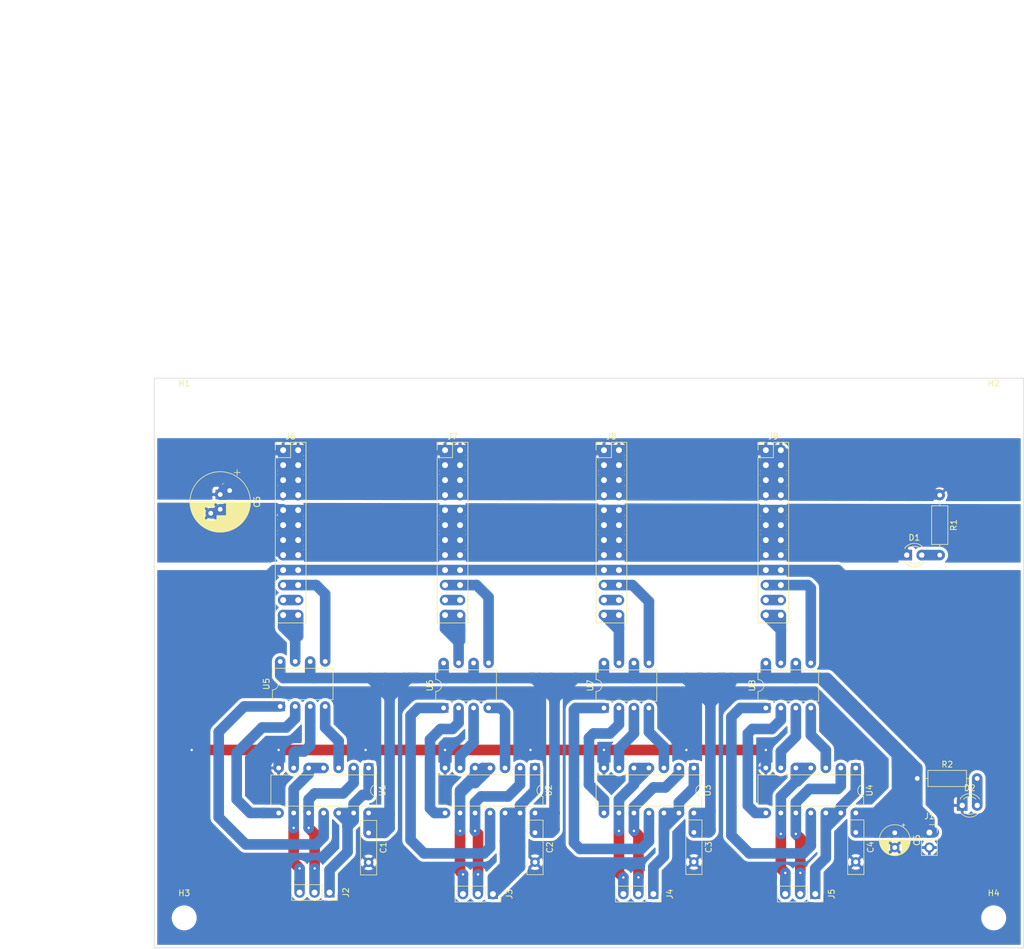
<source format=kicad_pcb>
(kicad_pcb (version 20211014) (generator pcbnew)
  (layers (0 "F.Cu" signal) (31 "B.Cu" signal) (34 "B.Paste" user) (35 "F.Paste" user) (36 "B.SilkS" user "B.Silkscreen") (37 "F.SilkS" user "F.Silkscreen") (38 "B.Mask" user) (39 "F.Mask" user) (44 "Edge.Cuts" user))
  (net 0 "")
  (net 1 "+5V")
  (net 2 "GND")
  (net 3 "+24V")
  (net 4 "GND1")
  (net 5 "Net-(R1-Pad2)")
  (net 6 "Net-(R2-Pad2)")
  (net 7 "A1")
  (net 8 "PWM1")
  (net 9 "B1")
  (net 10 "A2")
  (net 11 "PWM2")
  (net 12 "B2")
  (net 13 "A3")
  (net 14 "PWM3")
  (net 15 "B3")
  (net 16 "A4")
  (net 17 "PWM4")
  (net 18 "B4")
  (net 19 "1B")
  (net 20 "Net-(J6-Pad21)")
  (net 21 "1A")
  (net 22 "2B")
  (net 23 "Net-(J7-Pad21)")
  (net 24 "2A")
  (net 25 "3B")
  (net 26 "Net-(J8-Pad21)")
  (net 27 "3A")
  (net 28 "4B")
  (net 29 "Net-(J9-Pad21)")
  (net 30 "4A")
  (net 31 "Net-(U5-Pad3)")
  (net 32 "Net-(U7-Pad1)")
  (net 33 "Net-(U7-Pad2)")
  (net 34 "Net-(U7-Pad4)")
  (net 35 "Net-(U4-Pad8)")
  (net 36 "Net-(U8-Pad4)")
  (net 37 "Net-(U5-Pad1)")
  (net 38 "Net-(U5-Pad2)")
  (net 39 "Net-(U5-Pad4)")
  (net 40 "Net-(U6-Pad4)")
  (net 41 "Net-(U6-Pad3)")
  (net 42 "Net-(U6-Pad2)")
  (net 43 "Net-(U6-Pad1)")
  (net 44 "Net-(U7-Pad3)")
  (net 45 "Net-(U4-Pad11)")
  (net 46 "Net-(U4-Pad6)")
  (footprint "Package_DIP:DIP-8_W7.62mm" (layer "F.Cu") (at 99.832 111.75 90)
    (fp_text reference "U6")
    (fp_text value "TLP627-2")
  )
  (footprint "Connector_PinSocket_2.54mm:PinSocket_1x03_P2.54mm_Vertical" (layer "F.Cu") (at 162.799 143.281 -90)
    (fp_text reference "J5")
    (fp_text value "Conn_01x03")
  )
  (footprint "MountingHole:MountingHole_3.2mm_M3" (layer "F.Cu") (at 193.04 60.96)
    (fp_text reference "H2")
    (fp_text value "MountingHole")
  )
  (footprint "Package_DIP:DIP-14_W7.62mm" (layer "F.Cu") (at 169.672 121.92 -90)
    (fp_text reference "U4")
    (fp_text value "74HC00")
  )
  (footprint "Connector_PinSocket_2.54mm:PinSocket_1x03_P2.54mm_Vertical" (layer "F.Cu") (at 135.367 143.281 -90)
    (fp_text reference "J4")
    (fp_text value "Conn_01x03")
  )
  (footprint "Resistor_THT:R_Axial_DIN0207_L6.3mm_D2.5mm_P10.16mm_Horizontal" (layer "F.Cu") (at 183.896 75.692 -90)
    (fp_text reference "R1")
    (fp_text value "2.2k")
  )
  (footprint "Connector_PinHeader_2.54mm:PinHeader_2x12_P2.54mm_Vertical" (layer "F.Cu") (at 154.432 68.072)
    (fp_text reference "J9")
    (fp_text value "Conn_02x12_Odd_Even")
  )
  (footprint "LED_THT:LED_D3.0mm" (layer "F.Cu") (at 187.706 128.27)
    (fp_text reference "D2")
    (fp_text value "LED")
  )
  (footprint "Package_DIP:DIP-8_W7.62mm" (layer "F.Cu") (at 127 111.76 90)
    (fp_text reference "U7")
    (fp_text value "TLP627-2")
  )
  (footprint "Package_DIP:DIP-14_W7.62mm" (layer "F.Cu") (at 142.24 121.93 -90)
    (fp_text reference "U3")
    (fp_text value "74HC00")
  )
  (footprint "Capacitor_THT:C_Disc_D9.0mm_W2.5mm_P5.00mm" (layer "F.Cu") (at 115.316 132.882 -90)
    (fp_text reference "C2")
    (fp_text value "C")
  )
  (footprint "Connector_PinSocket_2.54mm:PinSocket_1x02_P2.54mm_Vertical" (layer "F.Cu") (at 182.143 132.862)
    (fp_text reference "J1")
    (fp_text value "Screw_Terminal_01x02")
  )
  (footprint "Connector_PinHeader_2.54mm:PinHeader_2x12_P2.54mm_Vertical" (layer "F.Cu") (at 127 68.072)
    (fp_text reference "J8")
    (fp_text value "Conn_02x12_Odd_Even")
  )
  (footprint "Resistor_THT:R_Axial_DIN0207_L6.3mm_D2.5mm_P10.16mm_Horizontal" (layer "F.Cu") (at 180.086 123.698)
    (fp_text reference "R2")
    (fp_text value "550")
  )
  (footprint "Capacitor_THT:C_Disc_D9.0mm_W2.5mm_P5.00mm" (layer "F.Cu") (at 169.672 132.842 -90)
    (fp_text reference "C4")
    (fp_text value "C")
  )
  (footprint "MountingHole:MountingHole_3.2mm_M3" (layer "F.Cu") (at 193.04 147.32)
    (fp_text reference "H4")
    (fp_text value "MountingHole")
  )
  (footprint "MountingHole:MountingHole_3.2mm_M3" (layer "F.Cu") (at 55.88 60.96)
    (fp_text reference "H1")
    (fp_text value "MountingHole")
  )
  (footprint "Connector_PinSocket_2.54mm:PinSocket_1x03_P2.54mm_Vertical" (layer "F.Cu") (at 108.189 143.281 -90)
    (fp_text reference "J3")
    (fp_text value "Conn_01x03")
  )
  (footprint "Capacitor_THT:CP_Radial_D5.0mm_P2.50mm" (layer "F.Cu") (at 176.276 132.906887 -90)
    (fp_text reference "C6")
    (fp_text value "330")
  )
  (footprint "Capacitor_THT:C_Disc_D9.0mm_W2.5mm_P5.00mm" (layer "F.Cu") (at 87.122 132.922 -90)
    (fp_text reference "C1")
    (fp_text value "C")
  )
  (footprint "Connector_PinHeader_2.54mm:PinHeader_2x12_P2.54mm_Vertical" (layer "F.Cu") (at 100.076 68.072)
    (fp_text reference "J7")
    (fp_text value "Conn_02x12_Odd_Even")
  )
  (footprint "LED_THT:LED_D3.0mm" (layer "F.Cu") (at 178.308 85.852)
    (fp_text reference "D1")
    (fp_text value "LED")
  )
  (footprint "Package_DIP:DIP-14_W7.62mm" (layer "F.Cu") (at 115.321 121.93 -90)
    (fp_text reference "U2")
    (fp_text value "74HC00")
  )
  (footprint "Capacitor_THT:C_Disc_D9.0mm_W2.5mm_P5.00mm" (layer "F.Cu") (at 142.24 132.842 -90)
    (fp_text reference "C3")
    (fp_text value "C")
  )
  (footprint "Package_DIP:DIP-8_W7.62mm" (layer "F.Cu") (at 154.432 111.76 90)
    (fp_text reference "U8")
    (fp_text value "TLP627-2")
  )
  (footprint "Package_DIP:DIP-8_W7.62mm" (layer "F.Cu") (at 72.146 111.496 90)
    (fp_text reference "U5")
    (fp_text value "TLP627-2")
  )
  (footprint "Capacitor_THT:CP_Radial_D10.0mm_P2.50mm_P5.00mm" (layer "F.Cu") (at 61.976 75.590323 -90)
    (fp_text reference "C5")
    (fp_text value "2200")
  )
  (footprint "Connector_PinSocket_2.54mm:PinSocket_1x03_P2.54mm_Vertical" (layer "F.Cu") (at 80.503 143.027 -90)
    (fp_text reference "J2")
    (fp_text value "Conn_01x03")
  )
  (footprint "MountingHole:MountingHole_3.2mm_M3" (layer "F.Cu") (at 55.88 147.32)
    (fp_text reference "H3")
    (fp_text value "MountingHole")
  )
  (footprint "Connector_PinHeader_2.54mm:PinHeader_2x12_P2.54mm_Vertical" (layer "F.Cu") (at 72.644 68.072)
    (fp_text reference "J6")
    (fp_text value "Conn_02x12_Odd_Even")
  )
  (footprint "Package_DIP:DIP-14_W7.62mm" (layer "F.Cu") (at 87.127 121.93 -90)
    (fp_text reference "U1")
    (fp_text value "74HC00")
  )
  (gr_rect (start 50.8 55.88) (end 198.12 152.4) (layer "Edge.Cuts") (width 0.1) (fill none))
  (segment (start 174.244 132.842) (end 174.752 132.842) (width 1.8) (layer "B.Cu") (net 1))
  (segment (start 178.308 120.142) (end 180.086 121.92) (width 1.8) (layer "B.Cu") (net 1))
  (segment (start 143.51 106.68) (end 143.51 107.696) (width 1.8) (layer "B.Cu") (net 1))
  (segment (start 175.768 126.746) (end 175.895 126.619) (width 1.8) (layer "B.Cu") (net 1))
  (segment (start 145.034 110.998) (end 143.51 109.474) (width 1.8) (layer "B.Cu") (net 1))
  (segment (start 104.912 106.416) (end 104.648 106.68) (width 1.8) (layer "B.Cu") (net 1))
  (segment (start 118.608 129.59) (end 118.608 129.55) (width 1.8) (layer "B.Cu") (net 1))
  (segment (start 143.256 109.22) (end 143.51 109.474) (width 1.8) (layer "B.Cu") (net 1))
  (segment (start 144.78 132.842) (end 145.034 132.588) (width 1.8) (layer "B.Cu") (net 1))
  (segment (start 118.618 110.744) (end 118.618 110.236) (width 1.8) (layer "B.Cu") (net 1))
  (segment (start 169.672 129.54) (end 171.323 131.191) (width 1.8) (layer "B.Cu") (net 1))
  (segment (start 116.078 106.68) (end 118.11 106.68) (width 1.8) (layer "B.Cu") (net 1))
  (segment (start 87.122 132.922) (end 87.122 129.555) (width 1.8) (layer "B.Cu") (net 1))
  (segment (start 173.863 128.651) (end 172.72 129.794) (width 1.8) (layer "B.Cu") (net 1))
  (segment (start 174.244 131.318) (end 174.244 132.842) (width 1.8) (layer "B.Cu") (net 1))
  (segment (start 177.673 122.555) (end 178.816 123.698) (width 1.8) (layer "B.Cu") (net 1))
  (segment (start 119.38 109.474) (end 121.666 107.188) (width 1.8) (layer "B.Cu") (net 1))
  (segment (start 180.086 121.92) (end 180.086 123.952) (width 1.8) (layer "B.Cu") (net 1))
  (segment (start 93.98 106.68) (end 95.25 106.68) (width 1.8) (layer "B.Cu") (net 1))
  (segment (start 132.08 104.14) (end 132.08 106.426) (width 1.8) (layer "B.Cu") (net 1))
  (segment (start 176.657 125.857) (end 176.657 120.015) (width 1.8) (layer "B.Cu") (net 1))
  (segment (start 169.672 129.54) (end 172.466 129.54) (width 1.8) (layer "B.Cu") (net 1))
  (segment (start 87.376 106.68) (end 90.678 109.982) (width 1.8) (layer "B.Cu") (net 1))
  (segment (start 104.912 104.13) (end 104.912 106.416) (width 1.8) (layer "B.Cu") (net 1))
  (segment (start 178.308 132.842) (end 178.308 127.508) (width 1.8) (layer "B.Cu") (net 1))
  (segment (start 127 106.68) (end 131.826 106.68) (width 1.8) (layer "B.Cu") (net 1))
  (segment (start 175.895 126.619) (end 173.863 128.651) (width 1.8) (layer "B.Cu") (net 1))
  (segment (start 176.657 121.539) (end 177.673 122.555) (width 1.8) (layer "B.Cu") (net 1))
  (segment (start 177.292 132.842) (end 178.308 132.842) (width 1.8) (layer "B.Cu") (net 1))
  (segment (start 142.24 129.55) (end 144.77 129.55) (width 1.8) (layer "B.Cu") (net 1))
  (segment (start 145.034 132.588) (end 145.034 129.286) (width 1.8) (layer "B.Cu") (net 1))
  (segment (start 140.97 106.934) (end 140.97 106.68) (width 1.8) (layer "B.Cu") (net 1))
  (segment (start 176.657 120.015) (end 176.657 121.539) (width 1.8) (layer "B.Cu") (net 1))
  (segment (start 163.576 106.68) (end 176.657 119.761) (width 1.8) (layer "B.Cu") (net 1))
  (segment (start 131.826 106.68) (end 140.97 106.68) (width 1.8) (layer "B.Cu") (net 1))
  (segment (start 145.034 110.998) (end 148.59 107.442) (width 1.8) (layer "B.Cu") (net 1))
  (segment (start 176.657 120.015) (end 176.657 118.491) (width 1.8) (layer "B.Cu") (net 1))
  (segment (start 171.323 131.191) (end 172.974 132.842) (width 1.8) (layer "B.Cu") (net 1))
  (segment (start 180.086 123.952) (end 178.308 125.73) (width 1.8) (layer "B.Cu") (net 1))
  (segment (start 144.78 106.68) (end 147.32 106.68) (width 1.8) (layer "B.Cu") (net 1))
  (segment (start 87.127 129.55) (end 89.657 132.08) (width 1.8) (layer "B.Cu") (net 1))
  (segment (start 116.078 106.68) (end 116.078 106.934) (width 1.8) (layer "B.Cu") (net 1))
  (segment (start 145.034 110.998) (end 145.034 108.204) (width 1.8) (layer "B.Cu") (net 1))
  (segment (start 180.086 128.778) (end 180.086 127.254) (width 1.8) (layer "B.Cu") (net 1))
  (segment (start 175.768 132.842) (end 177.292 132.842) (width 1.8) (layer "B.Cu") (net 1))
  (segment (start 178.308 132.842) (end 180.086 132.842) (width 1.8) (layer "B.Cu") (net 1))
  (segment (start 175.895 126.619) (end 176.657 125.857) (width 1.8) (layer "B.Cu") (net 1))
  (segment (start 177.673 121.285) (end 177.673 122.555) (width 1.8) (layer "B.Cu") (net 1))
  (segment (start 159.512 106.68) (end 159.512 104.14) (width 1.8) (layer "B.Cu") (net 1))
  (segment (start 132.08 106.426) (end 131.826 106.68) (width 1.8) (layer "B.Cu") (net 1))
  (segment (start 154.432 104.14) (end 154.432 106.426) (width 1.8) (layer "B.Cu") (net 1))
  (segment (start 145.034 110.998) (end 145.034 108.966) (width 1.8) (layer "B.Cu") (net 1))
  (segment (start 90.678 109.982) (end 93.98 106.68) (width 1.8) (layer "B.Cu") (net 1))
  (segment (start 145.034 106.934) (end 144.78 106.68) (width 1.8) (layer "B.Cu") (net 1))
  (segment (start 145.034 108.204) (end 143.51 106.68) (width 1.8) (layer "B.Cu") (net 1))
  (segment (start 169.672 132.842) (end 174.752 132.842) (width 1.8) (layer "B.Cu") (net 1))
  (segment (start 90.678 107.442) (end 89.916 106.68) (width 1.8) (layer "B.Cu") (net 1))
  (segment (start 172.72 129.794) (end 171.323 131.191) (width 1.8) (layer "B.Cu") (net 1))
  (segment (start 140.97 106.68) (end 143.002 106.68) (width 1.8) (layer "B.Cu") (net 1))
  (segment (start 174.752 132.842) (end 175.768 132.842) (width 1.8) (layer "B.Cu") (net 1))
  (segment (start 182.143 132.862) (end 182.143 130.835) (width 1.8) (layer "B.Cu") (net 1))
  (segment (start 178.308 125.73) (end 178.308 127.508) (width 1.8) (layer "B.Cu") (net 1))
  (segment (start 90.678 109.22) (end 93.218 106.68) (width 1.8) (layer "B.Cu") (net 1))
  (segment (start 118.618 129.54) (end 118.618 110.744) (width 1.8) (layer "B.Cu") (net 1))
  (segment (start 143.256 107.95) (end 143.256 109.22) (width 1.8) (layer "B.Cu") (net 1))
  (segment (start 118.618 110.744) (end 118.618 109.474) (width 1.8) (layer "B.Cu") (net 1))
  (segment (start 172.974 130.048) (end 172.72 129.794) (width 1.8) (layer "B.Cu") (net 1))
  (segment (start 148.59 106.68) (end 154.686 106.68) (width 1.8) (layer "B.Cu") (net 1))
  (segment (start 115.062 106.68) (end 114.554 106.68) (width 1.8) (layer "B.Cu") (net 1))
  (segment (start 143.51 109.474) (end 140.97 106.934) (width 1.8) (layer "B.Cu") (net 1))
  (segment (start 90.678 132.08) (end 90.678 129.794) (width 1.8) (layer "B.Cu") (net 1))
  (segment (start 142.24 129.55) (end 142.24 132.842) (width 1.8) (layer "B.Cu") (net 1))
  (segment (start 143.002 106.68) (end 143.51 106.68) (width 1.8) (layer "B.Cu") (net 1))
  (segment (start 178.816 120.65) (end 178.308 120.142) (width 1.8) (layer "B.Cu") (net 1))
  (segment (start 72.644 106.68) (end 72.146 106.182) (width 1.8) (layer "B.Cu") (net 1))
  (segment (start 180.086 122.428) (end 178.816 123.698) (width 1.8) (layer "B.Cu") (net 1))
  (segment (start 72.146 106.182) (end 72.146 103.876) (width 1.8) (layer "B.Cu") (net 1))
  (segment (start 180.086 131.064) (end 180.086 132.842) (width 1.8) (layer "B.Cu") (net 1))
  (segment (start 176.657 125.857) (end 176.657 132.207) (width 1.8) (layer "B.Cu") (net 1))
  (segment (start 176.657 119.761) (end 176.657 121.539) (width 1.8) (layer "B.Cu") (net 1))
  (segment (start 178.816 123.698) (end 177.8 124.714) (width 1.8) (layer "B.Cu") (net 1))
  (segment (start 118.618 109.474) (end 119.38 109.474) (width 1.8) (layer "B.Cu") (net 1))
  (segment (start 164.846 106.68) (end 176.657 118.491) (width 1.8) (layer "B.Cu") (net 1))
  (segment (start 172.974 132.842) (end 172.974 130.048) (width 1.8) (layer "B.Cu") (net 1))
  (segment (start 154.686 106.68) (end 159.512 106.68) (width 1.8) (layer "B.Cu") (net 1))
  (segment (start 177.8 124.714) (end 175.895 126.619) (width 1.8) (layer "B.Cu") (net 1))
  (segment (start 145.034 108.204) (end 146.558 106.68) (width 1.8) (layer "B.Cu") (net 1))
  (segment (start 99.832 104.13) (end 99.832 106.182) (width 1.8) (layer "B.Cu") (net 1))
  (segment (start 178.308 125.222) (end 177.8 124.714) (width 1.8) (layer "B.Cu") (net 1))
  (segment (start 118.618 110.236) (end 122.174 106.68) (width 1.8) (layer "B.Cu") (net 1))
  (segment (start 180.086 121.92) (end 180.086 122.428) (width 1.8) (layer "B.Cu") (net 1))
  (segment (start 90.678 109.982) (end 90.678 110.236) (width 1.8) (layer "B.Cu") (net 1))
  (segment (start 122.174 106.68) (end 121.666 107.188) (width 1.8) (layer "B.Cu") (net 1))
  (segment (start 115.321 129.55) (end 118.608 129.55) (width 1.8) (layer "B.Cu") (net 1))
  (segment (start 178.308 120.65) (end 177.673 121.285) (width 1.8) (layer "B.Cu") (net 1))
  (segment (start 115.316 132.882) (end 118.07 132.882) (width 1.8) (layer "B.Cu") (net 1))
  (segment (start 77.226 106.182) (end 77.724 106.68) (width 1.8) (layer "B.Cu") (net 1))
  (segment (start 87.127 129.55) (end 90.434 129.55) (width 1.8) (layer "B.Cu") (net 1))
  (segment (start 145.034 129.286) (end 145.034 110.998) (width 1.8) (layer "B.Cu") (net 1))
  (segment (start 159.512 106.68) (end 163.576 106.68) (width 1.8) (layer "B.Cu") (net 1))
  (segment (start 182.143 132.862) (end 181.884 132.862) (width 1.8) (layer "B.Cu") (net 1))
  (segment (start 145.034 132.344) (end 145.034 132.588) (width 1.8) (layer "B.Cu") (net 1))
  (segment (start 147.32 106.68) (end 148.59 106.68) (width 1.8) (layer "B.Cu") (net 1))
  (segment (start 154.432 106.426) (end 154.686 106.68) (width 1.8) (layer "B.Cu") (net 1))
  (segment (start 180.086 132.842) (end 182.88 132.842) (width 1.8) (layer "B.Cu") (net 1))
  (segment (start 173.863 128.651) (end 175.768 130.556) (width 1.8) (layer "B.Cu") (net 1))
  (segment (start 178.816 123.698) (end 178.816 120.65) (width 1.8) (layer "B.Cu") (net 1))
  (segment (start 118.105 132.334) (end 118.618 132.334) (width 1.8) (layer "B.Cu") (net 1))
  (segment (start 142.24 129.55) (end 145.034 132.344) (width 1.8) (layer "B.Cu") (net 1))
  (segment (start 145.034 108.204) (end 145.034 106.934) (width 1.8) (layer "B.Cu") (net 1))
  (segment (start 176.657 118.491) (end 178.308 120.142) (width 1.8) (layer "B.Cu") (net 1))
  (segment (start 163.576 106.68) (end 164.846 106.68) (width 1.8) (layer "B.Cu") (net 1))
  (segment (start 144.77 129.55) (end 145.034 129.286) (width 1.8) (layer "B.Cu") (net 1))
  (segment (start 174.752 131.826) (end 172.72 129.794) (width 1.8) (layer "B.Cu") (net 1))
  (segment (start 87.122 132.922) (end 90.25 129.794) (width 1.8) (layer "B.Cu") (net 1))
  (segment (start 174.752 132.842) (end 174.752 131.826) (width 1.8) (layer "B.Cu") (net 1))
  (segment (start 115.316 132.882) (end 118.608 129.59) (width 1.8) (layer "B.Cu") (net 1))
  (segment (start 181.884 132.862) (end 180.086 131.064) (width 1.8) (layer "B.Cu") (net 1))
  (segment (start 172.72 129.794) (end 174.244 131.318) (width 1.8) (layer "B.Cu") (net 1))
  (segment (start 178.308 120.142) (end 178.308 120.65) (width 1.8) (layer "B.Cu") (net 1))
  (segment (start 118.618 109.474) (end 118.618 107.188) (width 1.8) (layer "B.Cu") (net 1))
  (segment (start 176.657 132.207) (end 177.292 132.842) (width 1.8) (layer "B.Cu") (net 1))
  (segment (start 87.122 129.555) (end 87.127 129.55) (width 1.8) (layer "B.Cu") (net 1))
  (segment (start 145.034 108.966) (end 147.32 106.68) (width 1.8) (layer "B.Cu") (net 1))
  (segment (start 89.916 106.68) (end 93.218 106.68) (width 1.8) (layer "B.Cu") (net 1))
  (segment (start 175.768 130.556) (end 175.768 132.842) (width 1.8) (layer "B.Cu") (net 1))
  (segment (start 90.678 110.236) (end 90.678 109.22) (width 1.8) (layer "B.Cu") (net 1))
  (segment (start 89.836 132.922) (end 90.678 132.08) (width 1.8) (layer "B.Cu") (net 1))
  (segment (start 142.24 132.842) (end 144.78 132.842) (width 1.8) (layer "B.Cu") (net 1))
  (segment (start 148.59 107.442) (end 148.59 106.68) (width 1.8) (layer "B.Cu") (net 1))
  (segment (start 118.608 129.55) (end 118.618 129.54) (width 1.8) (layer "B.Cu") (net 1))
  (segment (start 119.888 108.966) (end 119.888 108.458) (width 1.8) (layer "B.Cu") (net 1))
  (segment (start 143.002 106.68) (end 144.78 106.68) (width 1.8) (layer "B.Cu") (net 1))
  (segment (start 90.678 129.794) (end 90.678 110.236) (width 1.8) (layer "B.Cu") (net 1))
  (segment (start 115.321 129.55) (end 118.105 132.334) (width 1.8) (layer "B.Cu") (net 1))
  (segment (start 121.666 107.188) (end 119.888 108.966) (width 1.8) (layer "B.Cu") (net 1))
  (segment (start 104.648 106.68) (end 114.554 106.68) (width 1.8) (layer "B.Cu") (net 1))
  (segment (start 118.07 132.882) (end 118.618 132.334) (width 1.8) (layer "B.Cu") (net 1))
  (segment (start 118.618 107.188) (end 118.11 106.68) (width 1.8) (layer "B.Cu") (net 1))
  (segment (start 99.832 106.182) (end 100.33 106.68) (width 1.8) (layer "B.Cu") (net 1))
  (segment (start 180.086 123.952) (end 180.086 127.254) (width 1.8) (layer "B.Cu") (net 1))
  (segment (start 175.768 132.842) (end 175.768 126.746) (width 1.8) (layer "B.Cu") (net 1))
  (segment (start 116.078 106.934) (end 118.618 109.474) (width 1.8) (layer "B.Cu") (net 1))
  (segment (start 118.11 106.68) (end 122.174 106.68) (width 1.8) (layer "B.Cu") (net 1))
  (segment (start 100.33 106.68) (end 104.648 106.68) (width 1.8) (layer "B.Cu") (net 1))
  (segment (start 127 104.14) (end 127 106.68) (width 1.8) (layer "B.Cu") (net 1))
  (segment (start 172.974 132.842) (end 174.244 132.842) (width 1.8) (layer "B.Cu") (net 1))
  (segment (start 87.376 106.68) (end 89.916 106.68) (width 1.8) (layer "B.Cu") (net 1))
  (segment (start 77.226 103.876) (end 77.226 106.182) (width 1.8) (layer "B.Cu") (net 1))
  (segment (start 143.51 107.696) (end 143.256 107.95) (width 1.8) (layer "B.Cu") (net 1))
  (segment (start 114.554 106.68) (end 116.078 106.68) (width 1.8) (layer "B.Cu") (net 1))
  (segment (start 118.618 132.334) (end 118.618 129.54) (width 1.8) (layer "B.Cu") (net 1))
  (segment (start 87.122 132.922) (end 89.836 132.922) (width 1.8) (layer "B.Cu") (net 1))
  (segment (start 172.466 129.54) (end 172.974 130.048) (width 1.8) (layer "B.Cu") (net 1))
  (segment (start 142.24 132.842) (end 144.77 130.312) (width 1.8) (layer "B.Cu") (net 1))
  (segment (start 95.25 106.68) (end 100.33 106.68) (width 1.8) (layer "B.Cu") (net 1))
  (segment (start 115.316 132.882) (end 115.316 129.555) (width 1.8) (layer "B.Cu") (net 1))
  (segment (start 146.558 106.68) (end 147.32 106.68) (width 1.8) (layer "B.Cu") (net 1))
  (segment (start 178.308 127.508) (end 178.308 125.222) (width 1.8) (layer "B.Cu") (net 1))
  (segment (start 89.657 132.08) (end 90.678 132.08) (width 1.8) (layer "B.Cu") (net 1))
  (segment (start 171.323 131.191) (end 169.672 132.842) (width 1.8) (layer "B.Cu") (net 1))
  (segment (start 180.086 127.254) (end 180.086 131.064) (width 1.8) (layer "B.Cu") (net 1))
  (segment (start 90.678 110.236) (end 90.678 107.442) (width 1.8) (layer "B.Cu") (net 1))
  (segment (start 145.034 108.966) (end 145.034 108.204) (width 1.8) (layer "B.Cu") (net 1))
  (segment (start 182.143 130.835) (end 180.086 128.778) (width 1.8) (layer "B.Cu") (net 1))
  (segment (start 90.25 129.794) (end 90.678 129.794) (width 1.8) (layer "B.Cu") (net 1))
  (segment (start 144.77 130.312) (end 144.77 129.55) (width 1.8) (layer "B.Cu") (net 1))
  (segment (start 77.724 106.68) (end 87.376 106.68) (width 1.8) (layer "B.Cu") (net 1))
  (segment (start 119.888 108.458) (end 118.618 107.188) (width 1.8) (layer "B.Cu") (net 1))
  (segment (start 169.672 132.842) (end 169.672 129.54) (width 1.8) (layer "B.Cu") (net 1))
  (segment (start 90.434 129.55) (end 90.678 129.794) (width 1.8) (layer "B.Cu") (net 1))
  (segment (start 115.316 129.555) (end 115.321 129.55) (width 1.8) (layer "B.Cu") (net 1))
  (segment (start 119.888 108.966) (end 119.38 109.474) (width 1.8) (layer "B.Cu") (net 1))
  (segment (start 72.644 106.68) (end 77.724 106.68) (width 1.8) (layer "B.Cu") (net 1))
  (segment (start 93.218 106.68) (end 95.25 106.68) (width 1.8) (layer "B.Cu") (net 1))
  (segment (start 118.618 110.236) (end 115.062 106.68) (width 1.8) (layer "B.Cu") (net 1))
  (segment (start 122.174 106.68) (end 127 106.68) (width 1.8) (layer "B.Cu") (net 1))
  (segment (start 154.432 118.872) (end 140.97 118.872) (width 1.8) (layer "F.Cu") (net 2))
  (segment (start 71.882 118.872) (end 57.15 118.872) (width 1.8) (layer "F.Cu") (net 2))
  (segment (start 114.554 118.872) (end 86.614 118.872) (width 1.8) (layer "F.Cu") (net 2))
  (segment (start 140.97 118.872) (end 114.554 118.872) (width 1.8) (layer "F.Cu") (net 2))
  (segment (start 86.614 118.872) (end 71.882 118.872) (width 1.8) (layer "F.Cu") (net 2))
  (via (at 127 118.867) (size 0.8) (drill 0.4) (layers "F.Cu" "B.Cu") (net 2))
  (via (at 114.554 118.872) (size 0.8) (drill 0.4) (layers "F.Cu" "B.Cu") (net 2))
  (via (at 71.882 118.872) (size 0.8) (drill 0.4) (layers "F.Cu" "B.Cu") (net 2))
  (via (at 100.076 118.872) (size 0.8) (drill 0.4) (layers "F.Cu" "B.Cu") (net 2))
  (via (at 57.15 118.872) (size 0.8) (drill 0.4) (layers "F.Cu" "B.Cu") (net 2))
  (via (at 86.614 118.872) (size 0.8) (drill 0.4) (layers "F.Cu" "B.Cu") (net 2))
  (via (at 140.97 118.872) (size 0.8) (drill 0.4) (layers "F.Cu" "B.Cu") (net 2))
  (via (at 154.432 118.872) (size 0.8) (drill 0.4) (layers "F.Cu" "B.Cu") (net 2))
  (segment (start 156.972 88.392) (end 166.624 88.392) (width 1.8) (layer "B.Cu") (net 2))
  (segment (start 154.432 121.92) (end 154.432 118.872) (width 1.8) (layer "B.Cu") (net 2))
  (segment (start 71.12 88.392) (end 72.644 88.392) (width 1.8) (layer "B.Cu") (net 2))
  (segment (start 72.644 88.392) (end 156.972 88.392) (width 1.8) (layer "B.Cu") (net 2))
  (segment (start 56.896 118.618) (end 56.896 102.616) (width 1.8) (layer "B.Cu") (net 2))
  (segment (start 127 121.92) (end 127 118.867) (width 1.8) (layer "B.Cu") (net 2))
  (segment (start 57.15 118.872) (end 56.896 118.618) (width 1.8) (layer "B.Cu") (net 2))
  (segment (start 100.081 121.93) (end 100.081 118.877) (width 1.8) (layer "B.Cu") (net 2))
  (segment (start 127 118.867) (end 126.995 118.862) (width 1.8) (layer "B.Cu") (net 2))
  (segment (start 187.706 109.474) (end 187.706 128.27) (width 1.8) (layer "B.Cu") (net 2))
  (segment (start 100.081 118.877) (end 100.076 118.872) (width 1.8) (layer "B.Cu") (net 2))
  (segment (start 56.896 102.616) (end 71.12 88.392) (width 1.8) (layer "B.Cu") (net 2))
  (segment (start 154.432 118.872) (end 154.432 118.867) (width 1.8) (layer "B.Cu") (net 2))
  (segment (start 154.432 118.867) (end 154.427 118.862) (width 1.8) (layer "B.Cu") (net 2))
  (segment (start 71.882 121.92) (end 71.882 118.872) (width 1.8) (layer "B.Cu") (net 2))
  (segment (start 71.882 118.867) (end 71.877 118.862) (width 1.8) (layer "B.Cu") (net 2))
  (segment (start 166.624 88.392) (end 187.706 109.474) (width 1.8) (layer "B.Cu") (net 2))
  (segment (start 71.882 118.872) (end 71.882 118.867) (width 1.8) (layer "B.Cu") (net 2))
  (segment (start 66.294 73.152) (end 72.644 73.152) (width 1.8) (layer "B.Cu") (net 3))
  (segment (start 156.972 68.072) (end 72.644 68.072) (width 1.8) (layer "B.Cu") (net 3))
  (segment (start 127 68.072) (end 127 75.692) (width 1.8) (layer "B.Cu") (net 3))
  (segment (start 160.426323 75.590323) (end 183.794323 75.590323) (width 1.8) (layer "B.Cu") (net 3))
  (segment (start 155.448 74.676) (end 155.448 73.152) (width 1.8) (layer "B.Cu") (net 3))
  (segment (start 155.448 73.152) (end 72.644 73.152) (width 1.8) (layer "B.Cu") (net 3))
  (segment (start 75.184 68.072) (end 75.184 75.692) (width 1.8) (layer "B.Cu") (net 3))
  (segment (start 65.532 73.914) (end 66.294 73.152) (width 1.8) (layer "B.Cu") (net 3))
  (segment (start 156.972 68.072) (end 160.426323 71.526323) (width 1.8) (layer "B.Cu") (net 3))
  (segment (start 156.972 70.612) (end 159.308646 70.612) (width 1.8) (layer "B.Cu") (net 3))
  (segment (start 63.652323 73.914) (end 65.532 73.914) (width 1.8) (layer "B.Cu") (net 3))
  (segment (start 72.644 75.692) (end 72.644 68.072) (width 1.8) (layer "B.Cu") (net 3))
  (segment (start 156.972 75.692) (end 156.972 68.072) (width 1.8) (layer "B.Cu") (net 3))
  (segment (start 67.005161 70.561161) (end 61.976 75.590323) (width 1.8) (layer "B.Cu") (net 3))
  (segment (start 100.076 68.072) (end 102.616 70.612) (width 1.8) (layer "B.Cu") (net 3))
  (segment (start 183.794323 75.590323) (end 183.896 75.692) (width 1.8) (layer "B.Cu") (net 3))
  (segment (start 155.702 71.882) (end 155.702 70.612) (width 1.8) (layer "B.Cu") (net 3))
  (segment (start 102.616 68.072) (end 102.616 75.692) (width 1.8) (layer "B.Cu") (net 3))
  (segment (start 72.644 70.612) (end 67.056 70.612) (width 1.8) (layer "B.Cu") (net 3))
  (segment (start 69.494323 68.072) (end 67.005161 70.561161) (width 1.8) (layer "B.Cu") (net 3))
  (segment (start 154.432 70.612) (end 156.972 68.072) (width 1.8) (layer "B.Cu") (net 3))
  (segment (start 156.972 73.152) (end 155.702 71.882) (width 1.8) (layer "B.Cu") (net 3))
  (segment (start 61.976 75.590323) (end 62.905063 75.590323) (width 1.8) (layer "B.Cu") (net 3))
  (segment (start 129.54 75.692) (end 129.54 68.072) (width 1.8) (layer "B.Cu") (net 3))
  (segment (start 72.644 70.612) (end 155.702 70.612) (width 1.8) (layer "B.Cu") (net 3))
  (segment (start 72.644 68.072) (end 69.494323 68.072) (width 1.8) (layer "B.Cu") (net 3))
  (segment (start 100.076 75.692) (end 100.076 68.072) (width 1.8) (layer "B.Cu") (net 3))
  (segment (start 155.702 70.612) (end 156.972 70.612) (width 1.8) (layer "B.Cu") (net 3))
  (segment (start 127 68.072) (end 129.54 70.612) (width 1.8) (layer "B.Cu") (net 3))
  (segment (start 72.644 68.072) (end 75.184 70.612) (width 1.8) (layer "B.Cu") (net 3))
  (segment (start 100.076 73.152) (end 102.616 75.692) (width 1.8) (layer "B.Cu") (net 3))
  (segment (start 62.905063 75.590323) (end 63.576 74.919386) (width 1.8) (layer "B.Cu") (net 3))
  (segment (start 61.976 75.590323) (end 160.426323 75.590323) (width 1.8) (layer "B.Cu") (net 3))
  (segment (start 160.426323 72.491677) (end 160.426323 75.590323) (width 1.8) (layer "B.Cu") (net 3))
  (segment (start 129.54 70.612) (end 127 73.152) (width 1.8) (layer "B.Cu") (net 3))
  (segment (start 127 73.152) (end 129.54 75.692) (width 1.8) (layer "B.Cu") (net 3))
  (segment (start 67.056 70.612) (end 67.005161 70.561161) (width 1.8) (layer "B.Cu") (net 3))
  (segment (start 159.766 73.152) (end 160.426323 72.491677) (width 1.8) (layer "B.Cu") (net 3))
  (segment (start 160.426323 71.729677) (end 160.426323 72.491677) (width 1.8) (layer "B.Cu") (net 3))
  (segment (start 160.426323 71.526323) (end 160.426323 71.729677) (width 1.8) (layer "B.Cu") (net 3))
  (segment (start 72.644 73.152) (end 75.184 75.692) (width 1.8) (layer "B.Cu") (net 3))
  (segment (start 156.972 73.152) (end 155.448 73.152) (width 1.8) (layer "B.Cu") (net 3))
  (segment (start 156.972 73.152) (end 159.766 73.152) (width 1.8) (layer "B.Cu") (net 3))
  (segment (start 75.184 70.612) (end 72.644 73.152) (width 1.8) (layer "B.Cu") (net 3))
  (segment (start 102.616 70.612) (end 100.076 73.152) (width 1.8) (layer "B.Cu") (net 3))
  (segment (start 154.432 75.692) (end 155.448 74.676) (width 1.8) (layer "B.Cu") (net 3))
  (segment (start 159.308646 70.612) (end 160.426323 71.729677) (width 1.8) (layer "B.Cu") (net 3))
  (segment (start 154.432 68.072) (end 154.432 75.692) (width 1.8) (layer "B.Cu") (net 3))
  (segment (start 61.976 75.590323) (end 63.652323 73.914) (width 1.8) (layer "B.Cu") (net 3))
  (segment (start 67.564 80.772) (end 69.723 82.931) (width 1.8) (layer "B.Cu") (net 4))
  (segment (start 102.108 80.772) (end 172.212 80.772) (width 1.8) (layer "B.Cu") (net 4))
  (segment (start 67.564 80.772) (end 173.228 80.772) (width 1.8) (layer "B.Cu") (net 4))
  (segment (start 72.644 80.772) (end 75.184 78.232) (width 1.8) (layer "B.Cu") (net 4))
  (segment (start 60.376 78.76126) (end 65.55326 78.76126) (width 1.8) (layer "B.Cu") (net 4))
  (segment (start 154.432 85.852) (end 154.432 78.232) (width 1.8) (layer "B.Cu") (net 4))
  (segment (start 102.616 80.772) (end 100.076 83.312) (width 1.8) (layer "B.Cu") (net 4))
  (segment (start 61.976 78.090323) (end 72.502323 78.090323) (width 1.8) (layer "B.Cu") (net 4))
  (segment (start 102.108 80.264) (end 102.108 80.772) (width 1.8) (layer "B.Cu") (net 4))
  (segment (start 156.972 78.232) (end 156.972 85.852) (width 1.8) (layer "B.Cu") (net 4))
  (segment (start 72.644 79.502) (end 72.644 85.852) (width 1.8) (layer "B.Cu") (net 4))
  (segment (start 173.228 80.772) (end 173.863 81.407) (width 1.8) (layer "B.Cu") (net 4))
  (segment (start 70.104 83.312) (end 69.723 82.931) (width 1.8) (layer "B.Cu") (net 4))
  (segment (start 72.644 78.232) (end 121.666 78.232) (width 1.8) (layer "B.Cu") (net 4))
  (segment (start 172.72 80.264) (end 173.863 81.407) (width 1.8) (layer "B.Cu") (net 4))
  (segment (start 72.644 85.852) (end 75.184 83.312) (width 1.8) (layer "B.Cu") (net 4))
  (segment (start 100.076 85.852) (end 100.076 78.232) (width 1.8) (layer "B.Cu") (net 4))
  (segment (start 128.27 84.582) (end 129.54 84.582) (width 1.8) (layer "B.Cu") (net 4))
  (segment (start 60.376 78.76126) (end 61.305063 78.76126) (width 1.8) (layer "B.Cu") (net 4))
  (segment (start 156.972 80.772) (end 154.432 78.232) (width 1.8) (layer "B.Cu") (net 4))
  (segment (start 72.502323 78.090323) (end 72.644 78.232) (width 1.8) (layer "B.Cu") (net 4))
  (segment (start 72.644 80.772) (end 72.644 79.502) (width 1.8) (layer "B.Cu") (net 4))
  (segment (start 175.768 83.312) (end 178.308 85.852) (width 1.8) (layer "B.Cu") (net 4))
  (segment (start 127 78.232) (end 127 85.852) (width 1.8) (layer "B.Cu") (net 4))
  (segment (start 75.184 83.312) (end 72.644 80.772) (width 1.8) (layer "B.Cu") (net 4))
  (segment (start 72.644 83.312) (end 75.184 85.852) (width 1.8) (layer "B.Cu") (net 4))
  (segment (start 129.54 84.582) (end 129.54 78.232) (width 1.8) (layer "B.Cu") (net 4))
  (segment (start 61.305063 78.76126) (end 61.976 78.090323) (width 1.8) (layer "B.Cu") (net 4))
  (segment (start 178.308 85.852) (end 72.644 85.852) (width 1.8) (layer "B.Cu") (net 4))
  (segment (start 121.666 78.232) (end 156.972 78.232) (width 1.8) (layer "B.Cu") (net 4))
  (segment (start 65.55326 78.76126) (end 67.564 80.772) (width 1.8) (layer "B.Cu") (net 4))
  (segment (start 154.432 83.312) (end 156.972 80.772) (width 1.8) (layer "B.Cu") (net 4))
  (segment (start 100.076 83.312) (end 102.616 85.852) (width 1.8) (layer "B.Cu") (net 4))
  (segment (start 72.644 78.232) (end 72.644 79.502) (width 1.8) (layer "B.Cu") (net 4))
  (segment (start 156.972 85.852) (end 154.432 83.312) (width 1.8) (layer "B.Cu") (net 4))
  (segment (start 156.972 78.232) (end 170.688 78.232) (width 1.8) (layer "B.Cu") (net 4))
  (segment (start 69.723 82.931) (end 72.644 85.852) (width 1.8) (layer "B.Cu") (net 4))
  (segment (start 129.54 78.232) (end 127 80.772) (width 1.8) (layer "B.Cu") (net 4))
  (segment (start 127 85.852) (end 128.27 84.582) (width 1.8) (layer "B.Cu") (net 4))
  (segment (start 170.688 78.232) (end 172.72 80.264) (width 1.8) (layer "B.Cu") (net 4))
  (segment (start 172.212 80.772) (end 172.72 80.264) (width 1.8) (layer "B.Cu") (net 4))
  (segment (start 175.768 83.312) (end 70.104 83.312) (width 1.8) (layer "B.Cu") (net 4))
  (segment (start 75.184 85.852) (end 75.184 78.232) (width 1.8) (layer "B.Cu") (net 4))
  (segment (start 121.666 78.232) (end 129.54 78.232) (width 1.8) (layer "B.Cu") (net 4))
  (segment (start 72.644 80.772) (end 102.108 80.772) (width 1.8) (layer "B.Cu") (net 4))
  (segment (start 173.863 81.407) (end 175.768 83.312) (width 1.8) (layer "B.Cu") (net 4))
  (segment (start 129.54 83.312) (end 127 80.772) (width 1.8) (layer "B.Cu") (net 4))
  (segment (start 102.616 78.232) (end 102.616 85.852) (width 1.8) (layer "B.Cu") (net 4))
  (segment (start 129.54 85.852) (end 129.54 84.582) (width 1.8) (layer "B.Cu") (net 4))
  (segment (start 100.076 78.232) (end 102.108 80.264) (width 1.8) (layer "B.Cu") (net 4))
  (segment (start 180.848 85.852) (end 183.896 85.852) (width 1.8) (layer "B.Cu") (net 5))
  (segment (start 190.246 123.698) (end 190.246 128.27) (width 1.8) (layer "B.Cu") (net 6))
  (segment (start 84.587 130.805) (end 84.587 129.55) (width 1.8) (layer "B.Cu") (net 7))
  (segment (start 80.503 143.027) (end 80.503 139.207) (width 1.8) (layer "B.Cu") (net 7))
  (segment (start 83.556 131.059) (end 83.556 131.836) (width 1.8) (layer "B.Cu") (net 7))
  (segment (start 84.587 129.55) (end 84.587 128.011) (width 1.8) (layer "B.Cu") (net 7))
  (segment (start 80.503 139.207) (end 83.556 136.154) (width 1.8) (layer "B.Cu") (net 7))
  (segment (start 86.106 126.492) (end 87.122 126.492) (width 1.8) (layer "B.Cu") (net 7))
  (segment (start 83.556 131.836) (end 83.556 129.55) (width 1.8) (layer "B.Cu") (net 7))
  (segment (start 87.127 126.487) (end 87.127 121.93) (width 1.8) (layer "B.Cu") (net 7))
  (segment (start 83.556 136.154) (end 83.556 131.836) (width 1.8) (layer "B.Cu") (net 7))
  (segment (start 84.587 128.011) (end 86.106 126.492) (width 1.8) (layer "B.Cu") (net 7))
  (segment (start 87.122 126.492) (end 87.127 126.487) (width 1.8) (layer "B.Cu") (net 7))
  (segment (start 83.556 129.55) (end 84.587 129.55) (width 1.8) (layer "B.Cu") (net 7))
  (segment (start 82.047 129.55) (end 83.556 129.55) (width 1.8) (layer "B.Cu") (net 7))
  (segment (start 82.047 129.55) (end 83.556 131.059) (width 1.8) (layer "B.Cu") (net 7))
  (segment (start 83.556 131.836) (end 84.587 130.805) (width 1.8) (layer "B.Cu") (net 7))
  (segment (start 77.978 138.938) (end 77.978 133.086) (width 1.8) (layer "F.Cu") (net 8))
  (segment (start 77.978 133.086) (end 76.967 132.075) (width 1.8) (layer "F.Cu") (net 8))
  (via (at 77.978 138.938) (size 0.8) (drill 0.4) (layers "F.Cu" "B.Cu") (net 8))
  (via (at 76.967 132.075) (size 0.8) (drill 0.4) (layers "F.Cu" "B.Cu") (net 8))
  (segment (start 76.967 129.261573) (end 76.962 129.256573) (width 1.8) (layer "B.Cu") (net 8))
  (segment (start 76.967 129.55) (end 76.967 129.261573) (width 1.8) (layer "B.Cu") (net 8))
  (segment (start 77.963 138.953) (end 77.963 143.027) (width 1.8) (layer "B.Cu") (net 8))
  (segment (start 76.962 132.08) (end 76.967 132.075) (width 1.8) (layer "B.Cu") (net 8))
  (segment (start 82.804 126.238) (end 84.587 124.455) (width 1.8) (layer "B.Cu") (net 8))
  (segment (start 77.978 126.238) (end 82.804 126.238) (width 1.8) (layer "B.Cu") (net 8))
  (segment (start 84.587 124.455) (end 84.587 121.93) (width 1.8) (layer "B.Cu") (net 8))
  (segment (start 76.962 127.254) (end 77.978 126.238) (width 1.8) (layer "B.Cu") (net 8))
  (segment (start 77.978 138.938) (end 77.963 138.953) (width 1.8) (layer "B.Cu") (net 8))
  (segment (start 76.962 129.256573) (end 76.962 127.254) (width 1.8) (layer "B.Cu") (net 8))
  (segment (start 76.967 129.55) (end 76.967 132.075) (width 1.8) (layer "B.Cu") (net 8))
  (segment (start 74.427 132.075) (end 74.427 137.927) (width 1.8) (layer "F.Cu") (net 9))
  (segment (start 74.427 137.927) (end 75.438 138.938) (width 1.8) (layer "F.Cu") (net 9))
  (via (at 74.427 132.075) (size 0.8) (drill 0.4) (layers "F.Cu" "B.Cu") (net 9))
  (via (at 75.438 138.938) (size 0.8) (drill 0.4) (layers "F.Cu" "B.Cu") (net 9))
  (segment (start 75.438 138.938) (end 75.438 141.194) (width 1.8) (layer "B.Cu") (net 9))
  (segment (start 79.507 121.93) (end 76.967 121.93) (width 1.8) (layer "B.Cu") (net 9))
  (segment (start 74.427 129.55) (end 74.427 132.075) (width 1.8) (layer "B.Cu") (net 9))
  (segment (start 75.438 141.194) (end 75.423 141.209) (width 1.8) (layer "B.Cu") (net 9))
  (segment (start 76.967 121.93) (end 76.967 122.931) (width 1.8) (layer "B.Cu") (net 9))
  (segment (start 76.967 122.931) (end 74.427 125.471) (width 1.8) (layer "B.Cu") (net 9))
  (segment (start 74.427 125.471) (end 74.427 129.55) (width 1.8) (layer "B.Cu") (net 9))
  (segment (start 75.423 143.027) (end 75.423 141.209) (width 1.8) (layer "B.Cu") (net 9))
  (segment (start 74.422 132.08) (end 74.427 132.075) (width 1.8) (layer "B.Cu") (net 9))
  (segment (start 110.241 136.393) (end 110.241 137.927) (width 1.8) (layer "B.Cu") (net 10))
  (segment (start 110.49 138.176) (end 112.268 138.176) (width 1.8) (layer "B.Cu") (net 10))
  (segment (start 111.003 134.361) (end 110.241 134.361) (width 1.8) (layer "B.Cu") (net 10))
  (segment (start 110.241 136.393) (end 111.511 136.393) (width 1.8) (layer "B.Cu") (net 10))
  (segment (start 112.781 135.123) (end 111.003 135.123) (width 1.8) (layer "B.Cu") (net 10))
  (segment (start 112.781 132.583) (end 112.781 129.55) (width 1.8) (layer "B.Cu") (net 10))
  (segment (start 112.781 138.689) (end 112.781 135.123) (width 1.8) (layer "B.Cu") (net 10))
  (segment (start 112.781 129.55) (end 111.262 129.55) (width 1.8) (layer "B.Cu") (net 10))
  (segment (start 111.511 136.393) (end 112.781 135.123) (width 1.8) (layer "B.Cu") (net 10))
  (segment (start 110.49 138.176) (end 108.839 139.827) (width 1.8) (layer "B.Cu") (net 10))
  (segment (start 111.892 139.578) (end 112.781 138.689) (width 1.8) (layer "B.Cu") (net 10))
  (segment (start 110.241 137.927) (end 110.49 138.176) (width 1.8) (layer "B.Cu") (net 10))
  (segment (start 108.839 139.827) (end 109.088 139.578) (width 1.8) (layer "B.Cu") (net 10))
  (segment (start 112.781 128.265) (end 115.321 125.725) (width 1.8) (layer "B.Cu") (net 10))
  (segment (start 110.241 141.229) (end 111.892 139.578) (width 1.8) (layer "B.Cu") (net 10))
  (segment (start 115.321 125.725) (end 115.321 121.93) (width 1.8) (layer "B.Cu") (net 10))
  (segment (start 112.781 132.583) (end 111.003 134.361) (width 1.8) (layer "B.Cu") (net 10))
  (segment (start 112.268 138.176) (end 112.781 138.689) (width 1.8) (layer "B.Cu") (net 10))
  (segment (start 111.262 129.55) (end 110.241 129.55) (width 1.8) (layer "B.Cu") (net 10))
  (segment (start 110.241 134.361) (end 110.241 136.393) (width 1.8) (layer "B.Cu") (net 10))
  (segment (start 108.189 140.477) (end 108.189 143.281) (width 1.8) (layer "B.Cu") (net 10))
  (segment (start 108.189 143.281) (end 110.241 141.229) (width 1.8) (layer "B.Cu") (net 10))
  (segment (start 110.241 141.229) (end 108.839 139.827) (width 1.8) (layer "B.Cu") (net 10))
  (segment (start 112.268 138.176) (end 110.485 136.393) (width 1.8) (layer "B.Cu") (net 10))
  (segment (start 111.003 134.361) (end 111.262 134.102) (width 1.8) (layer "B.Cu") (net 10))
  (segment (start 109.088 139.578) (end 111.892 139.578) (width 1.8) (layer "B.Cu") (net 10))
  (segment (start 110.241 129.55) (end 110.241 134.361) (width 1.8) (layer "B.Cu") (net 10))
  (segment (start 112.781 129.55) (end 112.781 128.265) (width 1.8) (layer "B.Cu") (net 10))
  (segment (start 111.003 135.123) (end 110.241 134.361) (width 1.8) (layer "B.Cu") (net 10))
  (segment (start 108.839 139.827) (end 108.189 140.477) (width 1.8) (layer "B.Cu") (net 10))
  (segment (start 110.485 136.393) (end 110.241 136.393) (width 1.8) (layer "B.Cu") (net 10))
  (segment (start 112.781 135.123) (end 112.781 132.583) (width 1.8) (layer "B.Cu") (net 10))
  (segment (start 111.262 134.102) (end 111.262 129.55) (width 1.8) (layer "B.Cu") (net 10))
  (segment (start 105.664 133.096) (end 105.156 132.588) (width 1.8) (layer "F.Cu") (net 11))
  (segment (start 105.664 139.954) (end 105.664 133.096) (width 1.8) (layer "F.Cu") (net 11))
  (via (at 105.156 132.588) (size 0.8) (drill 0.4) (layers "F.Cu" "B.Cu") (net 11))
  (via (at 105.664 139.954) (size 0.8) (drill 0.4) (layers "F.Cu" "B.Cu") (net 11))
  (segment (start 105.156 132.588) (end 105.161 132.583) (width 1.8) (layer "B.Cu") (net 11))
  (segment (start 106.172 126.746) (end 110.744 126.746) (width 1.8) (layer "B.Cu") (net 11))
  (segment (start 105.161 129.55) (end 105.161 132.583) (width 1.8) (layer "B.Cu") (net 11))
  (segment (start 105.161 127.757) (end 106.172 126.746) (width 1.8) (layer "B.Cu") (net 11))
  (segment (start 112.781 124.709) (end 112.781 121.93) (width 1.8) (layer "B.Cu") (net 11))
  (segment (start 105.649 143.281) (end 105.649 139.969) (width 1.8) (layer "B.Cu") (net 11))
  (segment (start 105.161 129.55) (end 105.161 127.757) (width 1.8) (layer "B.Cu") (net 11))
  (segment (start 105.664 139.954) (end 105.649 139.969) (width 1.8) (layer "B.Cu") (net 11))
  (segment (start 110.744 126.746) (end 112.781 124.709) (width 1.8) (layer "B.Cu") (net 11))
  (segment (start 102.616 139.446) (end 103.124 139.954) (width 1.8) (layer "F.Cu") (net 12))
  (segment (start 102.616 132.588) (end 102.616 139.446) (width 1.8) (layer "F.Cu") (net 12))
  (via (at 103.124 139.954) (size 0.8) (drill 0.4) (layers "F.Cu" "B.Cu") (net 12))
  (via (at 102.616 132.588) (size 0.8) (drill 0.4) (layers "F.Cu" "B.Cu") (net 12))
  (segment (start 105.918 122.936) (end 102.621 126.233) (width 1.8) (layer "B.Cu") (net 12))
  (segment (start 106.695 122.936) (end 105.918 122.936) (width 1.8) (layer "B.Cu") (net 12))
  (segment (start 105.166 124.465) (end 107.701 121.93) (width 1.8) (layer "B.Cu") (net 12))
  (segment (start 102.621 126.233) (end 102.621 129.55) (width 1.8) (layer "B.Cu") (net 12))
  (segment (start 103.109 139.969) (end 103.124 139.954) (width 1.8) (layer "B.Cu") (net 12))
  (segment (start 105.166 124.465) (end 104.389 124.465) (width 1.8) (layer "B.Cu") (net 12))
  (segment (start 105.161 121.93) (end 105.161 124.465) (width 1.8) (layer "B.Cu") (net 12))
  (segment (start 107.701 121.93) (end 106.695 122.936) (width 1.8) (layer "B.Cu") (net 12))
  (segment (start 106.416 121.93) (end 107.701 121.93) (width 1.8) (layer "B.Cu") (net 12))
  (segment (start 105.161 124.465) (end 105.166 124.465) (width 1.8) (layer "B.Cu") (net 12))
  (segment (start 102.621 129.55) (end 102.621 132.583) (width 1.8) (layer "B.Cu") (net 12))
  (segment (start 104.389 124.465) (end 102.621 126.233) (width 1.8) (layer "B.Cu") (net 12))
  (segment (start 102.621 132.583) (end 102.616 132.588) (width 1.8) (layer "B.Cu") (net 12))
  (segment (start 102.616 125.73) (end 106.416 121.93) (width 1.8) (layer "B.Cu") (net 12))
  (segment (start 103.109 143.281) (end 103.109 139.969) (width 1.8) (layer "B.Cu") (net 12))
  (segment (start 137.16 136.906) (end 137.16 133.096) (width 1.8) (layer "B.Cu") (net 13))
  (segment (start 137.16 132.09) (end 139.7 129.55) (width 1.8) (layer "B.Cu") (net 13))
  (segment (start 137.16 133.096) (end 137.16 129.55) (width 1.8) (layer "B.Cu") (net 13))
  (segment (start 137.16 129.55) (end 139.7 129.55) (width 1.8) (layer "B.Cu") (net 13))
  (segment (start 137.16 133.096) (end 137.16 132.09) (width 1.8) (layer "B.Cu") (net 13))
  (segment (start 135.367 143.281) (end 135.367 138.699) (width 1.8) (layer "B.Cu") (net 13))
  (segment (start 142.24 125.222) (end 142.24 121.93) (width 1.8) (layer "B.Cu") (net 13))
  (segment (start 139.7 127.762) (end 142.24 125.222) (width 1.8) (layer "B.Cu") (net 13))
  (segment (start 135.367 138.699) (end 137.16 136.906) (width 1.8) (layer "B.Cu") (net 13))
  (segment (start 139.7 129.55) (end 139.7 127.762) (width 1.8) (layer "B.Cu") (net 13))
  (segment (start 132.842 140.462) (end 132.842 133.35) (width 1.8) (layer "F.Cu") (net 14))
  (segment (start 132.842 133.35) (end 132.08 132.588) (width 1.8) (layer "F.Cu") (net 14))
  (via (at 132.08 132.588) (size 0.8) (drill 0.4) (layers "F.Cu" "B.Cu") (net 14))
  (via (at 132.842 140.462) (size 0.8) (drill 0.4) (layers "F.Cu" "B.Cu") (net 14))
  (segment (start 132.08 129.55) (end 132.08 128.524) (width 1.8) (layer "B.Cu") (net 14))
  (segment (start 132.08 129.55) (end 132.08 132.588) (width 1.8) (layer "B.Cu") (net 14))
  (segment (start 132.827 143.281) (end 132.827 140.477) (width 1.8) (layer "B.Cu") (net 14))
  (segment (start 135.382 125.222) (end 137.414 125.222) (width 1.8) (layer "B.Cu") (net 14))
  (segment (start 132.08 128.524) (end 135.382 125.222) (width 1.8) (layer "B.Cu") (net 14))
  (segment (start 139.7 122.936) (end 139.7 121.93) (width 1.8) (layer "B.Cu") (net 14))
  (segment (start 137.414 125.222) (end 139.7 122.936) (width 1.8) (layer "B.Cu") (net 14))
  (segment (start 132.827 140.477) (end 132.842 140.462) (width 1.8) (layer "B.Cu") (net 14))
  (segment (start 129.54 139.73) (end 130.287 140.477) (width 1.8) (layer "F.Cu") (net 15))
  (segment (start 129.54 132.588) (end 129.54 139.73) (width 1.8) (layer "F.Cu") (net 15))
  (via (at 129.54 132.588) (size 0.8) (drill 0.4) (layers "F.Cu" "B.Cu") (net 15))
  (via (at 130.287 140.477) (size 0.8) (drill 0.4) (layers "F.Cu" "B.Cu") (net 15))
  (segment (start 129.54 129.55) (end 129.54 127.254) (width 1.8) (layer "B.Cu") (net 15))
  (segment (start 132.08 121.93) (end 134.62 121.93) (width 1.8) (layer "B.Cu") (net 15))
  (segment (start 132.08 124.714) (end 132.08 121.93) (width 1.8) (layer "B.Cu") (net 15))
  (segment (start 132.08 124.47) (end 132.08 124.714) (width 1.8) (layer "B.Cu") (net 15))
  (segment (start 130.287 143.281) (end 130.287 140.477) (width 1.8) (layer "B.Cu") (net 15))
  (segment (start 134.62 121.93) (end 132.08 124.47) (width 1.8) (layer "B.Cu") (net 15))
  (segment (start 129.54 127.254) (end 132.08 124.714) (width 1.8) (layer "B.Cu") (net 15))
  (segment (start 129.54 129.55) (end 129.54 132.588) (width 1.8) (layer "B.Cu") (net 15))
  (segment (start 130.287 140.477) (end 130.302 140.462) (width 1.8) (layer "B.Cu") (net 15))
  (segment (start 164.592 137.16) (end 164.592 132.334) (width 1.8) (layer "B.Cu") (net 16))
  (segment (start 167.132 128.524) (end 169.672 125.984) (width 1.8) (layer "B.Cu") (net 16))
  (segment (start 167.132 129.54) (end 167.132 128.524) (width 1.8) (layer "B.Cu") (net 16))
  (segment (start 164.592 132.334) (end 164.592 129.54) (width 1.8) (layer "B.Cu") (net 16))
  (segment (start 162.799 143.281) (end 162.799 138.953) (width 1.8) (layer "B.Cu") (net 16))
  (segment (start 164.592 129.54) (end 167.132 129.54) (width 1.8) (layer "B.Cu") (net 16))
  (segment (start 164.592 132.08) (end 167.132 129.54) (width 1.8) (layer "B.Cu") (net 16))
  (segment (start 164.592 132.334) (end 164.592 132.08) (width 1.8) (layer "B.Cu") (net 16))
  (segment (start 169.672 125.984) (end 169.672 121.92) (width 1.8) (layer "B.Cu") (net 16))
  (segment (start 162.799 138.953) (end 164.592 137.16) (width 1.8) (layer "B.Cu") (net 16))
  (segment (start 160.274 139.7) (end 160.274 133.858) (width 1.8) (layer "F.Cu") (net 17))
  (segment (start 160.274 133.858) (end 159.512 133.096) (width 1.8) (layer "F.Cu") (net 17))
  (via (at 160.274 139.7) (size 0.8) (drill 0.4) (layers "F.Cu" "B.Cu") (net 17))
  (via (at 159.512 133.096) (size 0.8) (drill 0.4) (layers "F.Cu" "B.Cu") (net 17))
  (segment (start 159.512 129.54) (end 159.512 133.096) (width 1.8) (layer "B.Cu") (net 17))
  (segment (start 166.624 125.476) (end 167.132 124.968) (width 1.8) (layer "B.Cu") (net 17))
  (segment (start 167.132 124.968) (end 167.132 121.92) (width 1.8) (layer "B.Cu") (net 17))
  (segment (start 161.798 125.476) (end 166.624 125.476) (width 1.8) (layer "B.Cu") (net 17))
  (segment (start 160.274 139.7) (end 160.259 139.715) (width 1.8) (layer "B.Cu") (net 17))
  (segment (start 159.512 127.762) (end 161.798 125.476) (width 1.8) (layer "B.Cu") (net 17))
  (segment (start 159.512 129.54) (end 159.512 127.762) (width 1.8) (layer "B.Cu") (net 17))
  (segment (start 160.259 139.715) (end 160.259 143.281) (width 1.8) (layer "B.Cu") (net 17))
  (segment (start 156.972 133.096) (end 156.972 138.938) (width 1.8) (layer "F.Cu") (net 18))
  (segment (start 156.972 138.938) (end 157.734 139.7) (width 1.8) (layer "F.Cu") (net 18))
  (via (at 156.972 133.096) (size 0.8) (drill 0.4) (layers "F.Cu" "B.Cu") (net 18))
  (via (at 157.734 139.7) (size 0.8) (drill 0.4) (layers "F.Cu" "B.Cu") (net 18))
  (segment (start 156.972 129.54) (end 156.972 126.746) (width 1.8) (layer "B.Cu") (net 18))
  (segment (start 156.972 129.54) (end 156.972 133.096) (width 1.8) (layer "B.Cu") (net 18))
  (segment (start 162.052 121.92) (end 159.766 124.206) (width 1.8) (layer "B.Cu") (net 18))
  (segment (start 159.512 121.92) (end 162.052 121.92) (width 1.8) (layer "B.Cu") (net 18))
  (segment (start 159.512 124.206) (end 159.512 121.92) (width 1.8) (layer "B.Cu") (net 18))
  (segment (start 159.766 124.206) (end 159.512 124.206) (width 1.8) (layer "B.Cu") (net 18))
  (segment (start 157.719 143.281) (end 157.719 140.955) (width 1.8) (layer "B.Cu") (net 18))
  (segment (start 157.734 140.94) (end 157.719 140.955) (width 1.8) (layer "B.Cu") (net 18))
  (segment (start 157.734 139.7) (end 157.734 140.94) (width 1.8) (layer "B.Cu") (net 18))
  (segment (start 156.972 126.746) (end 159.512 124.206) (width 1.8) (layer "B.Cu") (net 18))
  (segment (start 79.766 92.466) (end 79.766 103.876) (width 1.8) (layer "B.Cu") (net 19))
  (segment (start 72.644 90.932) (end 78.232 90.932) (width 1.8) (layer "B.Cu") (net 19))
  (segment (start 78.232 90.932) (end 79.766 92.466) (width 1.8) (layer "B.Cu") (net 19))
  (segment (start 72.644 93.472) (end 75.184 93.472) (width 1.8) (layer "B.Cu") (net 20))
  (segment (start 75.184 98.298) (end 75.184 99.588) (width 1.8) (layer "B.Cu") (net 21))
  (segment (start 75.184 99.588) (end 74.686 100.086) (width 1.8) (layer "B.Cu") (net 21))
  (segment (start 72.644 96.012) (end 75.184 96.012) (width 1.8) (layer "B.Cu") (net 21))
  (segment (start 72.644 96.012) (end 72.644 98.044) (width 1.8) (layer "B.Cu") (net 21))
  (segment (start 74.686 100.086) (end 74.686 103.876) (width 1.8) (layer "B.Cu") (net 21))
  (segment (start 75.184 96.012) (end 75.184 98.298) (width 1.8) (layer "B.Cu") (net 21))
  (segment (start 72.644 96.012) (end 74.93 98.298) (width 1.8) (layer "B.Cu") (net 21))
  (segment (start 72.644 98.044) (end 74.686 100.086) (width 1.8) (layer "B.Cu") (net 21))
  (segment (start 74.93 98.298) (end 75.184 98.298) (width 1.8) (layer "B.Cu") (net 21))
  (segment (start 107.452 92.974) (end 107.452 104.13) (width 1.8) (layer "B.Cu") (net 22))
  (segment (start 105.41 90.932) (end 107.452 92.974) (width 1.8) (layer "B.Cu") (net 22))
  (segment (start 102.616 90.932) (end 105.41 90.932) (width 1.8) (layer "B.Cu") (net 22))
  (segment (start 100.076 90.932) (end 102.616 90.932) (width 1.8) (layer "B.Cu") (net 22))
  (segment (start 100.076 93.472) (end 102.616 93.472) (width 1.8) (layer "B.Cu") (net 23))
  (segment (start 102.616 96.012) (end 102.616 98.806) (width 1.8) (layer "B.Cu") (net 24))
  (segment (start 102.616 100.33) (end 102.362 100.584) (width 1.8) (layer "B.Cu") (net 24))
  (segment (start 100.076 96.012) (end 102.616 96.012) (width 1.8) (layer "B.Cu") (net 24))
  (segment (start 100.076 96.012) (end 102.616 98.552) (width 1.8) (layer "B.Cu") (net 24))
  (segment (start 100.076 98.298) (end 100.076 96.012) (width 1.8) (layer "B.Cu") (net 24))
  (segment (start 102.372 100.594) (end 102.372 104.13) (width 1.8) (layer "B.Cu") (net 24))
  (segment (start 102.372 100.594) (end 100.076 98.298) (width 1.8) (layer "B.Cu") (net 24))
  (segment (start 102.616 98.806) (end 102.616 100.33) (width 1.8) (layer "B.Cu") (net 24))
  (segment (start 102.362 100.584) (end 102.372 100.594) (width 1.8) (layer "B.Cu") (net 24))
  (segment (start 102.616 98.552) (end 102.616 98.806) (width 1.8) (layer "B.Cu") (net 24))
  (segment (start 129.54 90.932) (end 131.826 90.932) (width 1.8) (layer "B.Cu") (net 25))
  (segment (start 134.62 93.726) (end 134.62 104.14) (width 1.8) (layer "B.Cu") (net 25))
  (segment (start 127 90.932) (end 129.54 90.932) (width 1.8) (layer "B.Cu") (net 25))
  (segment (start 131.826 90.932) (end 134.62 93.726) (width 1.8) (layer "B.Cu") (net 25))
  (segment (start 127 93.472) (end 129.54 93.472) (width 1.8) (layer "B.Cu") (net 26))
  (segment (start 127 96.012) (end 129.54 96.012) (width 1.8) (layer "B.Cu") (net 27))
  (segment (start 129.286 98.298) (end 129.54 98.298) (width 1.8) (layer "B.Cu") (net 27))
  (segment (start 129.54 98.298) (end 129.54 104.14) (width 1.8) (layer "B.Cu") (net 27))
  (segment (start 129.54 96.012) (end 129.54 98.298) (width 1.8) (layer "B.Cu") (net 27))
  (segment (start 127 96.012) (end 129.286 98.298) (width 1.8) (layer "B.Cu") (net 27))
  (segment (start 154.432 90.932) (end 156.972 90.932) (width 1.8) (layer "B.Cu") (net 28))
  (segment (start 156.972 90.932) (end 161.544 90.932) (width 1.8) (layer "B.Cu") (net 28))
  (segment (start 162.052 91.44) (end 162.052 104.14) (width 1.8) (layer "B.Cu") (net 28))
  (segment (start 161.544 90.932) (end 162.052 91.44) (width 1.8) (layer "B.Cu") (net 28))
  (segment (start 154.432 93.472) (end 156.972 93.472) (width 1.8) (layer "B.Cu") (net 29))
  (segment (start 154.432 96.012) (end 156.972 96.012) (width 1.8) (layer "B.Cu") (net 30))
  (segment (start 154.432 96.012) (end 156.972 98.552) (width 1.8) (layer "B.Cu") (net 30))
  (segment (start 156.972 96.012) (end 156.972 98.552) (width 1.8) (layer "B.Cu") (net 30))
  (segment (start 156.972 98.552) (end 156.972 104.14) (width 1.8) (layer "B.Cu") (net 30))
  (segment (start 76.2 119.126) (end 74.676 119.126) (width 1.8) (layer "B.Cu") (net 31))
  (segment (start 77.226 111.496) (end 77.226 118.1) (width 1.8) (layer "B.Cu") (net 31))
  (segment (start 77.226 118.1) (end 76.2 119.126) (width 1.8) (layer "B.Cu") (net 31))
  (segment (start 74.427 119.375) (end 74.427 121.93) (width 1.8) (layer "B.Cu") (net 31))
  (segment (start 74.676 119.126) (end 74.427 119.375) (width 1.8) (layer "B.Cu") (net 31))
  (segment (start 122.936 135.636) (end 133.35 135.636) (width 1.8) (layer "B.Cu") (net 32))
  (segment (start 134.62 134.366) (end 134.62 129.55) (width 1.8) (layer "B.Cu") (net 32))
  (segment (start 127 111.76) (end 122.174 111.76) (width 1.8) (layer "B.Cu") (net 32))
  (segment (start 122.174 111.76) (end 121.92 112.014) (width 1.8) (layer "B.Cu") (net 32))
  (segment (start 121.92 112.014) (end 121.92 134.62) (width 1.8) (layer "B.Cu") (net 32))
  (segment (start 121.92 134.62) (end 122.936 135.636) (width 1.8) (layer "B.Cu") (net 32))
  (segment (start 133.35 135.636) (end 134.62 134.366) (width 1.8) (layer "B.Cu") (net 32))
  (segment (start 125.222 116.078) (end 128.016 116.078) (width 1.8) (layer "B.Cu") (net 33))
  (segment (start 129.54 114.554) (end 129.54 111.76) (width 1.8) (layer "B.Cu") (net 33))
  (segment (start 127 129.55) (end 127 127.264) (width 1.8) (layer "B.Cu") (net 33))
  (segment (start 127 127.264) (end 124.46 124.724) (width 1.8) (layer "B.Cu") (net 33))
  (segment (start 124.46 116.84) (end 125.222 116.078) (width 1.8) (layer "B.Cu") (net 33))
  (segment (start 124.46 124.724) (end 124.46 116.84) (width 1.8) (layer "B.Cu") (net 33))
  (segment (start 128.016 116.078) (end 129.54 114.554) (width 1.8) (layer "B.Cu") (net 33))
  (segment (start 137.16 118.364) (end 137.16 121.93) (width 1.8) (layer "B.Cu") (net 34))
  (segment (start 134.62 111.76) (end 134.62 115.824) (width 1.8) (layer "B.Cu") (net 34))
  (segment (start 134.62 115.824) (end 137.16 118.364) (width 1.8) (layer "B.Cu") (net 34))
  (segment (start 151.384 128.27) (end 152.654 129.54) (width 1.8) (layer "B.Cu") (net 35))
  (segment (start 156.972 113.792) (end 155.448 115.316) (width 1.8) (layer "B.Cu") (net 35))
  (segment (start 151.384 116.078) (end 151.384 128.27) (width 1.8) (layer "B.Cu") (net 35))
  (segment (start 152.146 115.316) (end 151.384 116.078) (width 1.8) (layer "B.Cu") (net 35))
  (segment (start 155.448 115.316) (end 152.146 115.316) (width 1.8) (layer "B.Cu") (net 35))
  (segment (start 156.972 111.76) (end 156.972 113.792) (width 1.8) (layer "B.Cu") (net 35))
  (segment (start 152.654 129.54) (end 154.432 129.54) (width 1.8) (layer "B.Cu") (net 35))
  (segment (start 162.052 111.76) (end 162.052 116.332) (width 1.8) (layer "B.Cu") (net 36))
  (segment (start 162.052 116.332) (end 164.592 118.872) (width 1.8) (layer "B.Cu") (net 36))
  (segment (start 164.592 118.872) (end 164.592 121.92) (width 1.8) (layer "B.Cu") (net 36))
  (segment (start 79.507 133.599) (end 79.507 129.55) (width 1.8) (layer "B.Cu") (net 37))
  (segment (start 61.722 115.824) (end 61.722 130.302) (width 1.8) (layer "B.Cu") (net 37))
  (segment (start 78.232 134.874) (end 79.507 133.599) (width 1.8) (layer "B.Cu") (net 37))
  (segment (start 61.722 130.302) (end 66.294 134.874) (width 1.8) (layer "B.Cu") (net 37))
  (segment (start 66.05 111.496) (end 61.722 115.824) (width 1.8) (layer "B.Cu") (net 37))
  (segment (start 66.294 134.874) (end 78.232 134.874) (width 1.8) (layer "B.Cu") (net 37))
  (segment (start 72.146 111.496) (end 66.05 111.496) (width 1.8) (layer "B.Cu") (net 37))
  (segment (start 64.77 127.254) (end 67.056 129.54) (width 1.8) (layer "B.Cu") (net 38))
  (segment (start 67.056 129.54) (end 69.342 129.54) (width 1.8) (layer "B.Cu") (net 38))
  (segment (start 73.152 115.062) (end 69.088 115.062) (width 1.8) (layer "B.Cu") (net 38))
  (segment (start 74.686 113.528) (end 73.152 115.062) (width 1.8) (layer "B.Cu") (net 38))
  (segment (start 69.352 129.55) (end 71.887 129.55) (width 1.8) (layer "B.Cu") (net 38))
  (segment (start 69.342 129.54) (end 69.352 129.55) (width 1.8) (layer "B.Cu") (net 38))
  (segment (start 74.686 111.496) (end 74.686 113.528) (width 1.8) (layer "B.Cu") (net 38))
  (segment (start 64.77 119.38) (end 64.77 127.254) (width 1.8) (layer "B.Cu") (net 38))
  (segment (start 69.088 115.062) (end 64.77 119.38) (width 1.8) (layer "B.Cu") (net 38))
  (segment (start 79.766 115.072) (end 79.766 111.496) (width 1.8) (layer "B.Cu") (net 39))
  (segment (start 82.047 121.93) (end 82.047 117.353) (width 1.8) (layer "B.Cu") (net 39))
  (segment (start 82.047 117.353) (end 79.766 115.072) (width 1.8) (layer "B.Cu") (net 39))
  (segment (start 109.464 111.75) (end 107.452 111.75) (width 1.8) (layer "B.Cu") (net 40))
  (segment (start 110.241 121.93) (end 110.241 112.527) (width 1.8) (layer "B.Cu") (net 40))
  (segment (start 110.241 112.527) (end 109.464 111.75) (width 1.8) (layer "B.Cu") (net 40))
  (segment (start 104.912 117.592) (end 102.621 119.883) (width 1.8) (layer "B.Cu") (net 41))
  (segment (start 102.621 119.883) (end 102.621 121.93) (width 1.8) (layer "B.Cu") (net 41))
  (segment (start 104.912 111.75) (end 104.912 117.592) (width 1.8) (layer "B.Cu") (net 41))
  (segment (start 99.314 115.316) (end 101.346 115.316) (width 1.8) (layer "B.Cu") (net 42))
  (segment (start 97.536 128.778) (end 97.536 117.094) (width 1.8) (layer "B.Cu") (net 42))
  (segment (start 100.081 129.55) (end 98.308 129.55) (width 1.8) (layer "B.Cu") (net 42))
  (segment (start 98.308 129.55) (end 97.536 128.778) (width 1.8) (layer "B.Cu") (net 42))
  (segment (start 102.372 114.29) (end 102.372 111.75) (width 1.8) (layer "B.Cu") (net 42))
  (segment (start 101.346 115.316) (end 102.372 114.29) (width 1.8) (layer "B.Cu") (net 42))
  (segment (start 97.536 117.094) (end 99.314 115.316) (width 1.8) (layer "B.Cu") (net 42))
  (segment (start 96.52 136.398) (end 106.68 136.398) (width 1.8) (layer "B.Cu") (net 43))
  (segment (start 107.701 135.377) (end 107.701 129.55) (width 1.8) (layer "B.Cu") (net 43))
  (segment (start 94.234 134.112) (end 96.52 136.398) (width 1.8) (layer "B.Cu") (net 43))
  (segment (start 106.68 136.398) (end 107.701 135.377) (width 1.8) (layer "B.Cu") (net 43))
  (segment (start 99.832 111.75) (end 95.514 111.75) (width 1.8) (layer "B.Cu") (net 43))
  (segment (start 95.514 111.75) (end 94.234 113.03) (width 1.8) (layer "B.Cu") (net 43))
  (segment (start 94.234 113.03) (end 94.234 134.112) (width 1.8) (layer "B.Cu") (net 43))
  (segment (start 132.08 116.078) (end 132.08 111.76) (width 1.8) (layer "B.Cu") (net 44))
  (segment (start 129.54 118.618) (end 132.08 116.078) (width 1.8) (layer "B.Cu") (net 44))
  (segment (start 129.54 121.93) (end 129.54 118.618) (width 1.8) (layer "B.Cu") (net 44))
  (segment (start 160.782 136.398) (end 162.052 135.128) (width 1.8) (layer "B.Cu") (net 45))
  (segment (start 148.59 133.35) (end 151.638 136.398) (width 1.8) (layer "B.Cu") (net 45))
  (segment (start 150.114 111.76) (end 148.59 113.284) (width 1.8) (layer "B.Cu") (net 45))
  (segment (start 162.052 135.128) (end 162.052 129.54) (width 1.8) (layer "B.Cu") (net 45))
  (segment (start 154.432 111.76) (end 150.114 111.76) (width 1.8) (layer "B.Cu") (net 45))
  (segment (start 148.59 113.284) (end 148.59 133.35) (width 1.8) (layer "B.Cu") (net 45))
  (segment (start 151.638 136.398) (end 160.782 136.398) (width 1.8) (layer "B.Cu") (net 45))
  (segment (start 159.512 116.586) (end 159.512 111.76) (width 1.8) (layer "B.Cu") (net 46))
  (segment (start 156.972 121.92) (end 156.972 119.126) (width 1.8) (layer "B.Cu") (net 46))
  (segment (start 156.972 119.126) (end 159.512 116.586) (width 1.8) (layer "B.Cu") (net 46))
  (zone (net 3) (net_name "+24V") (layer "B.Cu") (connect_pads (clearance 0.508)) (min_thickness 0.254) (fill yes (thermal_gap 0.508) (thermal_bridge_width 0.508))
    (polygon (pts (xy 198.12 76.708) (xy 187.96 76.708) (xy 50.8 76.454) (xy 50.8 66.04) (xy 198.12 66.04)))
  )
  (zone (net 4) (net_name "GND1") (layer "B.Cu") (connect_pads (clearance 0.508)) (min_thickness 0.254) (fill yes (thermal_gap 0.508) (thermal_bridge_width 0.508))
    (polygon (pts (xy 198.12 77.216) (xy 198.12 87.122) (xy 50.8 87.122) (xy 50.8 76.962)))
  )
  (zone (net 2) (net_name "GND") (layer "B.Cu") (connect_pads (clearance 0.508)) (min_thickness 0.254) (fill yes (thermal_gap 0.508) (thermal_bridge_width 0.508))
    (polygon (pts (xy 198.12 152.4) (xy 50.8 152.4) (xy 50.8 88.392) (xy 198.12 88.392)))
  )
)
</source>
